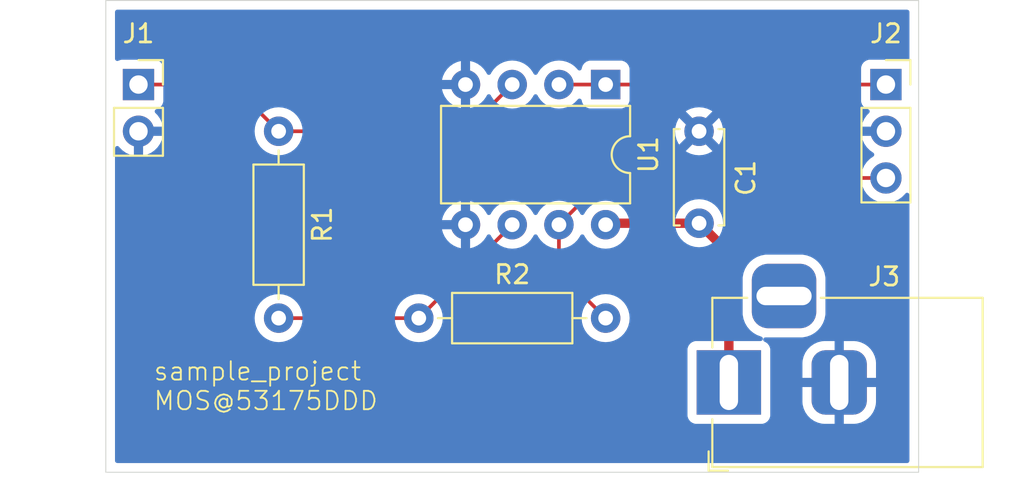
<source format=kicad_pcb>
(kicad_pcb (version 20240108) (generator "pcbnew") (generator_version "8.0")
  (layers (0 "F.Cu" signal) (31 "B.Cu" signal) (34 "B.Paste" user) (35 "F.Paste" user) (36 "B.SilkS" user "B.Silkscreen") (37 "F.SilkS" user "F.Silkscreen") (38 "B.Mask" user) (39 "F.Mask" user) (44 "Edge.Cuts" user))
  (net 0 "")
  (net 1 "+12V")
  (net 2 "GND")
  (net 3 "Net-(J1-Pin_1)")
  (net 4 "Net-(J2-Pin_3)")
  (net 5 "Net-(J2-Pin_1)")
  (net 7 "Net-(U1B--)")
  (footprint "Connector_PinSocket_2.54mm:PinSocket_1x03_P2.54mm_Vertical" (layer "F.Cu") (at 171.958 91.44)
    (property "Reference" "J2" (at 0 -2.77 0) (layer "F.SilkS"))
    (property "Value" "Conn_01x03_Socket")
    (fp_line (start -1.33 1.27) (end -1.33 6.41) (stroke (width 0.12)) (layer "F.SilkS"))
    (fp_line (start -1.33 1.27) (end 1.33 1.27) (stroke (width 0.12)) (layer "F.SilkS"))
    (fp_line (start -1.33 6.41) (end 1.33 6.41) (stroke (width 0.12)) (layer "F.SilkS"))
    (fp_line (start 0 -1.33) (end 1.33 -1.33) (stroke (width 0.12)) (layer "F.SilkS"))
    (fp_line (start 1.33 -1.33) (end 1.33 0) (stroke (width 0.12)) (layer "F.SilkS"))
    (fp_line (start 1.33 1.27) (end 1.33 6.41) (stroke (width 0.12)) (layer "F.SilkS"))
    (pad "1" thru_hole rect (at 0 0) (size 1.7 1.7) (drill 1) (layers "*.Cu" "*.Mask") (net 5 "Net-(J2-Pin_1)"))
    (pad "2" thru_hole oval (at 0 2.54) (size 1.7 1.7) (drill 1) (layers "*.Cu" "*.Mask") (net 2 "GND"))
    (pad "3" thru_hole oval (at 0 5.08) (size 1.7 1.7) (drill 1) (layers "*.Cu" "*.Mask") (net 4 "Net-(J2-Pin_3)"))
  )
  (footprint "Capacitor_THT:C_Disc_D5.0mm_W2.5mm_P5.00mm" (layer "F.Cu") (at 161.798 98.98 90)
    (property "Reference" "C1" (at 2.46 2.54 90) (layer "F.SilkS"))
    (property "Value" "C")
    (fp_line (start 5.12 -1.37) (end 5.12 -1.055) (stroke (width 0.12)) (layer "F.SilkS"))
    (fp_line (start -0.12 -1.37) (end 5.12 -1.37) (stroke (width 0.12)) (layer "F.SilkS"))
    (fp_line (start -0.12 -1.37) (end -0.12 -1.055) (stroke (width 0.12)) (layer "F.SilkS"))
    (fp_line (start 5.12 1.055) (end 5.12 1.37) (stroke (width 0.12)) (layer "F.SilkS"))
    (fp_line (start -0.12 1.055) (end -0.12 1.37) (stroke (width 0.12)) (layer "F.SilkS"))
    (fp_line (start -0.12 1.37) (end 5.12 1.37) (stroke (width 0.12)) (layer "F.SilkS"))
    (pad "1" thru_hole circle (at 0 0 90) (size 1.6 1.6) (drill 0.8) (layers "*.Cu" "*.Mask") (net 1 "+12V"))
    (pad "2" thru_hole circle (at 5 0 90) (size 1.6 1.6) (drill 0.8) (layers "*.Cu" "*.Mask") (net 2 "GND"))
  )
  (footprint "Connector_PinSocket_2.54mm:PinSocket_1x02_P2.54mm_Vertical" (layer "F.Cu") (at 131.318 91.44)
    (property "Reference" "J1" (at 0 -2.77 0) (layer "F.SilkS"))
    (property "Value" "Conn_01x02_Socket")
    (fp_line (start -1.33 1.27) (end -1.33 3.87) (stroke (width 0.12)) (layer "F.SilkS"))
    (fp_line (start -1.33 1.27) (end 1.33 1.27) (stroke (width 0.12)) (layer "F.SilkS"))
    (fp_line (start -1.33 3.87) (end 1.33 3.87) (stroke (width 0.12)) (layer "F.SilkS"))
    (fp_line (start 0 -1.33) (end 1.33 -1.33) (stroke (width 0.12)) (layer "F.SilkS"))
    (fp_line (start 1.33 -1.33) (end 1.33 0) (stroke (width 0.12)) (layer "F.SilkS"))
    (fp_line (start 1.33 1.27) (end 1.33 3.87) (stroke (width 0.12)) (layer "F.SilkS"))
    (pad "1" thru_hole rect (at 0 0) (size 1.7 1.7) (drill 1) (layers "*.Cu" "*.Mask") (net 3 "Net-(J1-Pin_1)"))
    (pad "2" thru_hole oval (at 0 2.54) (size 1.7 1.7) (drill 1) (layers "*.Cu" "*.Mask") (net 2 "GND"))
  )
  (footprint "Connector_BarrelJack:BarrelJack_Horizontal" (layer "F.Cu") (at 163.418 107.6375 180)
    (property "Reference" "J3" (at -8.45 5.75 360) (layer "F.SilkS"))
    (property "Value" "Barrel_Jack_Switch")
    (fp_line (start 1.1 -3.75) (end 1.1 -4.8) (stroke (width 0.12)) (layer "F.SilkS"))
    (fp_line (start 0.9 4.6) (end -1 4.6) (stroke (width 0.12)) (layer "F.SilkS"))
    (fp_line (start 0.9 1.9) (end 0.9 4.6) (stroke (width 0.12)) (layer "F.SilkS"))
    (fp_line (start 0.9 -4.6) (end 0.9 -2) (stroke (width 0.12)) (layer "F.SilkS"))
    (fp_line (start 0.05 -4.8) (end 1.1 -4.8) (stroke (width 0.12)) (layer "F.SilkS"))
    (fp_line (start -5 4.6) (end -13.8 4.6) (stroke (width 0.12)) (layer "F.SilkS"))
    (fp_line (start -13.8 4.6) (end -13.8 -4.6) (stroke (width 0.12)) (layer "F.SilkS"))
    (fp_line (start -13.8 -4.6) (end 0.9 -4.6) (stroke (width 0.12)) (layer "F.SilkS"))
    (pad "1" thru_hole rect (at 0 0 180) (size 3.5 3.5) (drill oval 1 3) (layers "*.Cu" "*.Mask") (net 1 "+12V"))
    (pad "2" thru_hole roundrect (at -6 0 180) (size 3 3.5) (drill oval 1 3) (layers "*.Cu" "*.Mask") (net 2 "GND"))
    (pad "3" thru_hole roundrect (at -3 4.7 180) (size 3.5 3.5) (drill oval 3 1) (layers "*.Cu" "*.Mask"))
  )
  (footprint "Resistor_THT:R_Axial_DIN0207_L6.3mm_D2.5mm_P10.16mm_Horizontal" (layer "F.Cu") (at 146.558 104.14)
    (property "Reference" "R2" (at 5.08 -2.37 0) (layer "F.SilkS"))
    (property "Value" "R")
    (fp_line (start 1.04 0) (end 1.81 0) (stroke (width 0.12)) (layer "F.SilkS"))
    (fp_line (start 1.81 -1.37) (end 1.81 1.37) (stroke (width 0.12)) (layer "F.SilkS"))
    (fp_line (start 1.81 1.37) (end 8.35 1.37) (stroke (width 0.12)) (layer "F.SilkS"))
    (fp_line (start 8.35 -1.37) (end 1.81 -1.37) (stroke (width 0.12)) (layer "F.SilkS"))
    (fp_line (start 8.35 1.37) (end 8.35 -1.37) (stroke (width 0.12)) (layer "F.SilkS"))
    (fp_line (start 9.12 0) (end 8.35 0) (stroke (width 0.12)) (layer "F.SilkS"))
    (pad "1" thru_hole circle (at 0 0) (size 1.6 1.6) (drill 0.8) (layers "*.Cu" "*.Mask") (net 7 "Net-(U1B--)"))
    (pad "2" thru_hole oval (at 10.16 0) (size 1.6 1.6) (drill 0.8) (layers "*.Cu" "*.Mask") (net 4 "Net-(J2-Pin_3)"))
  )
  (footprint "Resistor_THT:R_Axial_DIN0207_L6.3mm_D2.5mm_P10.16mm_Horizontal" (layer "F.Cu") (at 138.938 93.98 -90)
    (property "Reference" "R1" (at 5.08 -2.37 90) (layer "F.SilkS"))
    (property "Value" "R")
    (fp_line (start 1.81 1.37) (end 8.35 1.37) (stroke (width 0.12)) (layer "F.SilkS"))
    (fp_line (start 8.35 1.37) (end 8.35 -1.37) (stroke (width 0.12)) (layer "F.SilkS"))
    (fp_line (start 1.04 0) (end 1.81 0) (stroke (width 0.12)) (layer "F.SilkS"))
    (fp_line (start 9.12 0) (end 8.35 0) (stroke (width 0.12)) (layer "F.SilkS"))
    (fp_line (start 1.81 -1.37) (end 1.81 1.37) (stroke (width 0.12)) (layer "F.SilkS"))
    (fp_line (start 8.35 -1.37) (end 1.81 -1.37) (stroke (width 0.12)) (layer "F.SilkS"))
    (pad "1" thru_hole circle (at 0 0 270) (size 1.6 1.6) (drill 0.8) (layers "*.Cu" "*.Mask") (net 3 "Net-(J1-Pin_1)"))
    (pad "2" thru_hole oval (at 10.16 0 270) (size 1.6 1.6) (drill 0.8) (layers "*.Cu" "*.Mask") (net 7 "Net-(U1B--)"))
  )
  (footprint "Package_DIP:DIP-8_W7.62mm" (layer "F.Cu") (at 156.718 91.44 -90)
    (property "Reference" "U1" (at 3.81 -2.33 90) (layer "F.SilkS"))
    (property "Value" "NJM4558")
    (fp_line (start 1.16 8.95) (end 6.46 8.95) (stroke (width 0.12)) (layer "F.SilkS"))
    (fp_line (start 6.46 8.95) (end 6.46 -1.33) (stroke (width 0.12)) (layer "F.SilkS"))
    (fp_line (start 1.16 -1.33) (end 1.16 8.95) (stroke (width 0.12)) (layer "F.SilkS"))
    (fp_line (start 2.81 -1.33) (end 1.16 -1.33) (stroke (width 0.12)) (layer "F.SilkS"))
    (fp_line (start 6.46 -1.33) (end 4.81 -1.33) (stroke (width 0.12)) (layer "F.SilkS"))
    (fp_arc (start 4.81 -1.33) (mid 3.81 -0.33) (end 2.81 -1.33) (stroke (width 0.12)) (layer "F.SilkS"))
    (pad "1" thru_hole rect (at 0 0 270) (size 1.6 1.6) (drill 0.8) (layers "*.Cu" "*.Mask") (net 5 "Net-(J2-Pin_1)"))
    (pad "2" thru_hole oval (at 0 2.54 270) (size 1.6 1.6) (drill 0.8) (layers "*.Cu" "*.Mask") (net 5 "Net-(J2-Pin_1)"))
    (pad "3" thru_hole oval (at 0 5.08 270) (size 1.6 1.6) (drill 0.8) (layers "*.Cu" "*.Mask") (net 3 "Net-(J1-Pin_1)"))
    (pad "4" thru_hole oval (at 0 7.62 270) (size 1.6 1.6) (drill 0.8) (layers "*.Cu" "*.Mask") (net 2 "GND"))
    (pad "5" thru_hole oval (at 7.62 7.62 270) (size 1.6 1.6) (drill 0.8) (layers "*.Cu" "*.Mask") (net 2 "GND"))
    (pad "6" thru_hole oval (at 7.62 5.08 270) (size 1.6 1.6) (drill 0.8) (layers "*.Cu" "*.Mask") (net 7 "Net-(U1B--)"))
    (pad "7" thru_hole oval (at 7.62 2.54 270) (size 1.6 1.6) (drill 0.8) (layers "*.Cu" "*.Mask") (net 4 "Net-(J2-Pin_3)"))
    (pad "8" thru_hole oval (at 7.62 0 270) (size 1.6 1.6) (drill 0.8) (layers "*.Cu" "*.Mask") (net 1 "+12V"))
  )
  (gr_rect (start 129.54 86.868) (end 173.736 112.522) (stroke (width 0.05)) (fill none) (layer "Edge.Cuts"))
  (gr_text "sample_project\nMOS@53175DDD" (at 132.08 109.22 0) (layer "F.SilkS") (effects (font (size 1 1) (thickness 0.1)) (justify left bottom)))
  (segment (start 156.798 98.98) (end 156.718 99.06) (width 0.508) (layer "F.Cu") (net 1))
  (segment (start 163.418 107.6375) (end 163.418 100.6) (width 0.508) (layer "F.Cu") (net 1))
  (segment (start 161.798 98.98) (end 156.798 98.98) (width 0.508) (layer "F.Cu") (net 1))
  (segment (start 163.418 100.6) (end 161.798 98.98) (width 0.508) (layer "F.Cu") (net 1))
  (segment (start 138.938 93.98) (end 149.098 93.98) (width 0.2) (layer "F.Cu") (net 3))
  (segment (start 131.318 91.44) (end 136.398 91.44) (width 0.2) (layer "F.Cu") (net 3))
  (segment (start 149.098 93.98) (end 151.638 91.44) (width 0.2) (layer "F.Cu") (net 3))
  (segment (start 136.398 91.44) (end 138.938 93.98) (width 0.2) (layer "F.Cu") (net 3))
  (segment (start 154.178 99.06) (end 156.718 96.52) (width 0.2) (layer "F.Cu") (net 4))
  (segment (start 154.178 101.6) (end 156.718 104.14) (width 0.2) (layer "F.Cu") (net 4))
  (segment (start 154.178 99.06) (end 154.178 101.6) (width 0.2) (layer "F.Cu") (net 4))
  (segment (start 156.718 96.52) (end 171.958 96.52) (width 0.2) (layer "F.Cu") (net 4))
  (segment (start 171.958 91.44) (end 156.718 91.44) (width 0.2) (layer "F.Cu") (net 5))
  (segment (start 156.718 91.44) (end 154.178 91.44) (width 0.2) (layer "F.Cu") (net 5))
  (segment (start 151.638 99.06) (end 146.558 104.14) (width 0.2) (layer "F.Cu") (net 7))
  (segment (start 138.938 104.14) (end 146.558 104.14) (width 0.2) (layer "F.Cu") (net 7))
  (zone (net 2) (net_name "GND") (layer "B.Cu") (connect_pads (clearance 0.5)) (min_thickness 0.25) (fill yes (thermal_gap 0.5) (thermal_bridge_width 0.5))
    (polygon (pts (xy 173.736 112.522) (xy 173.736 86.868) (xy 129.54 86.868) (xy 129.54 112.522)))
  )
)
</source>
